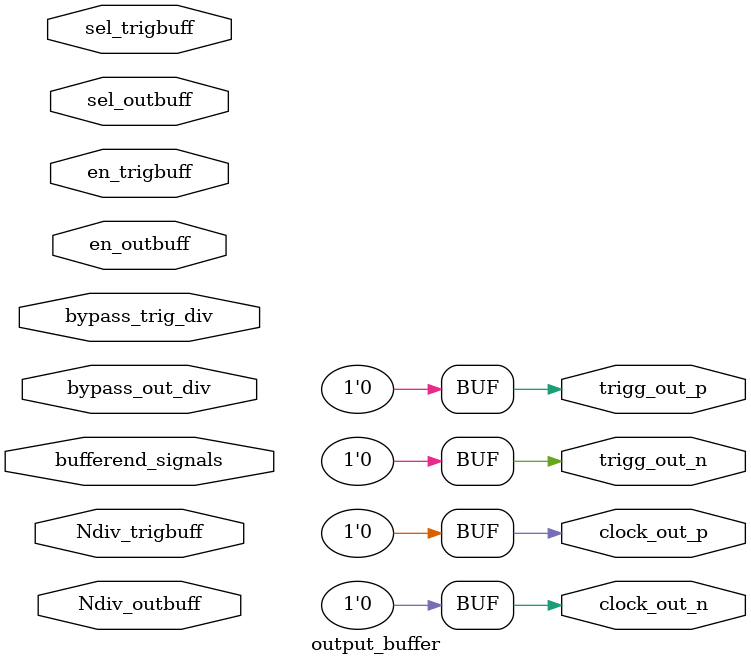
<source format=sv>

module output_buffer (
    input [15:0] bufferend_signals,
    input [3:0] sel_outbuff,
    input [3:0] sel_trigbuff,
    input en_outbuff,
    input en_trigbuff,
    input bypass_out_div,
    input bypass_trig_div,
    input [2:0] Ndiv_outbuff,
    input [2:0] Ndiv_trigbuff,
    output clock_out_p,
    output clock_out_n,
    output trigg_out_p,
    output trigg_out_n
);

    assign clock_out_p = 1'b0;
    assign clock_out_n = 1'b0;
    assign trigg_out_p = 1'b0;
    assign trigg_out_n = 1'b0;

endmodule
</source>
